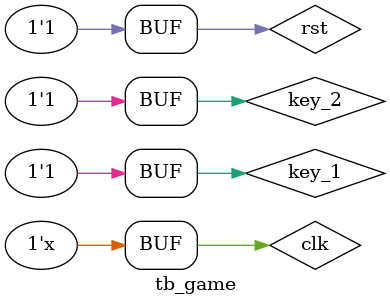
<source format=v>
`timescale 10ns/1ns
module tb_game ();
reg clk, rst;
reg key_1, key_2;
wire [7:0] position;
wire driver_pin_1, driver_pin_2, driver_pin_3;

parameter period_clk = 1;      // 仿真用时钟周期20ns, 对应50MHz
parameter period_pp = 50_000_000;       // 0.5s, 对应乒乓球流转一位的时间
parameter period_keyPress = 5_000_000;  // 按键时间50ms

initial begin
    clk <= 0;
    key_1 <= 1;
    key_2 <= 1;
    rst <= 1;
    #1 rst <= 0;        // 复位
    #1 rst <= 1;
    // 模拟动作1: 在0.5s时, 甲发球
    #(period_pp)    key_1 <= 0;
    #(period_keyPress)  key_1 <= 1;
    // 模拟动作2: 在1s时, 乙接球(甲得分)
    #(period_pp)    key_2 <= 0;
    #(period_keyPress)  key_2 <= 1;
    // 模拟动作3: 在1.5s时, 乙发球
    #(period_pp)    key_2 <= 0;
    #(period_keyPress)  key_2 <= 1;
    // 模拟动作4: 在2s时, 甲接球(乙得分)
    #(period_pp)    key_1 <= 0;
    #(period_keyPress)  key_1 <= 1;
    // 模拟动作5: 在2.5s时, 甲发球
    #(period_pp)    key_1 <= 0;
    #(period_keyPress)  key_1 <= 1;
    // 模拟动作6: 在5s时, 乙击球(球反向)
    #(period_pp * 5)    key_2 <= 0;
    #(period_keyPress)  key_2 <= 1;
    // 模拟动作7: 在8s时, 甲击球(球出界, 乙得分)
    #(period_pp * 6)    key_1 <= 0;
    #(period_keyPress)  key_1 <= 1;
end

always #(period_clk) clk = ~clk;

PingPongGame inst_game(
    .clk(clk),
    .rst(rst),
    .key_player1(key_1),
    .key_player2(key_2),
    .position(position),
    .driver_pin_1(driver_pin_1),
    .driver_pin_2(driver_pin_2),
    .driver_pin_3(driver_pin_3)
);
endmodule
</source>
